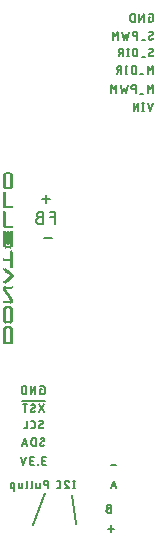
<source format=gbr>
G04 EAGLE Gerber RS-274X export*
G75*
%MOMM*%
%FSLAX34Y34*%
%LPD*%
%INSilkscreen Bottom*%
%IPPOS*%
%AMOC8*
5,1,8,0,0,1.08239X$1,22.5*%
G01*
%ADD10C,0.203200*%
%ADD11C,0.152400*%
%ADD12R,0.030000X1.230000*%
%ADD13R,0.030000X1.020000*%
%ADD14R,0.030000X0.120000*%
%ADD15R,0.030000X0.180000*%
%ADD16R,0.030000X0.150000*%
%ADD17R,0.030000X1.260000*%
%ADD18R,0.030000X1.320000*%
%ADD19R,0.030000X1.140000*%
%ADD20R,0.030000X0.270000*%
%ADD21R,0.030000X1.290000*%
%ADD22R,0.030000X1.350000*%
%ADD23R,0.030000X1.200000*%
%ADD24R,0.030000X0.330000*%
%ADD25R,0.030000X0.210000*%
%ADD26R,0.030000X1.380000*%
%ADD27R,0.030000X0.420000*%
%ADD28R,0.030000X0.240000*%
%ADD29R,0.030000X1.410000*%
%ADD30R,0.030000X0.480000*%
%ADD31R,0.030000X1.440000*%
%ADD32R,0.030000X0.510000*%
%ADD33R,0.030000X0.570000*%
%ADD34R,0.030000X0.630000*%
%ADD35R,0.030000X0.390000*%
%ADD36R,0.030000X0.990000*%
%ADD37R,0.030000X1.050000*%
%ADD38R,0.030000X1.110000*%
%ADD39R,0.030000X0.600000*%
%ADD40R,0.030000X0.450000*%


D10*
X55880Y329904D02*
X48768Y329904D01*
X52324Y326348D02*
X52324Y333460D01*
X59944Y319405D02*
X59944Y308737D01*
X59944Y319405D02*
X55203Y319405D01*
X55203Y314664D02*
X59944Y314664D01*
X49818Y314664D02*
X46855Y314664D01*
X46855Y314663D02*
X46748Y314661D01*
X46641Y314655D01*
X46535Y314646D01*
X46429Y314632D01*
X46323Y314615D01*
X46218Y314594D01*
X46114Y314569D01*
X46011Y314540D01*
X45909Y314508D01*
X45808Y314472D01*
X45709Y314432D01*
X45611Y314389D01*
X45515Y314342D01*
X45420Y314292D01*
X45327Y314239D01*
X45237Y314182D01*
X45148Y314122D01*
X45062Y314059D01*
X44978Y313993D01*
X44896Y313923D01*
X44817Y313851D01*
X44741Y313776D01*
X44667Y313698D01*
X44597Y313618D01*
X44529Y313535D01*
X44464Y313450D01*
X44403Y313363D01*
X44344Y313273D01*
X44289Y313182D01*
X44237Y313088D01*
X44189Y312992D01*
X44144Y312895D01*
X44102Y312797D01*
X44065Y312697D01*
X44030Y312595D01*
X44000Y312493D01*
X43973Y312389D01*
X43950Y312285D01*
X43931Y312179D01*
X43916Y312073D01*
X43904Y311967D01*
X43896Y311860D01*
X43892Y311753D01*
X43892Y311647D01*
X43896Y311540D01*
X43904Y311433D01*
X43916Y311327D01*
X43931Y311221D01*
X43950Y311115D01*
X43973Y311011D01*
X44000Y310907D01*
X44030Y310805D01*
X44065Y310703D01*
X44102Y310603D01*
X44144Y310505D01*
X44189Y310408D01*
X44237Y310312D01*
X44289Y310219D01*
X44344Y310127D01*
X44403Y310037D01*
X44464Y309950D01*
X44529Y309865D01*
X44597Y309782D01*
X44667Y309702D01*
X44741Y309624D01*
X44817Y309549D01*
X44896Y309477D01*
X44978Y309407D01*
X45062Y309341D01*
X45148Y309278D01*
X45237Y309218D01*
X45327Y309161D01*
X45420Y309108D01*
X45515Y309058D01*
X45611Y309011D01*
X45709Y308968D01*
X45808Y308928D01*
X45909Y308892D01*
X46011Y308860D01*
X46114Y308831D01*
X46218Y308806D01*
X46323Y308785D01*
X46429Y308768D01*
X46535Y308754D01*
X46641Y308745D01*
X46748Y308739D01*
X46855Y308737D01*
X49818Y308737D01*
X49818Y319405D01*
X46855Y319405D01*
X46758Y319403D01*
X46662Y319397D01*
X46566Y319387D01*
X46470Y319373D01*
X46375Y319356D01*
X46280Y319334D01*
X46187Y319309D01*
X46095Y319280D01*
X46004Y319247D01*
X45914Y319210D01*
X45826Y319170D01*
X45740Y319126D01*
X45656Y319079D01*
X45573Y319029D01*
X45493Y318975D01*
X45415Y318917D01*
X45339Y318857D01*
X45266Y318794D01*
X45196Y318728D01*
X45128Y318658D01*
X45063Y318587D01*
X45001Y318512D01*
X44943Y318435D01*
X44887Y318356D01*
X44835Y318275D01*
X44786Y318191D01*
X44740Y318106D01*
X44698Y318019D01*
X44660Y317930D01*
X44625Y317840D01*
X44594Y317748D01*
X44567Y317655D01*
X44543Y317562D01*
X44524Y317467D01*
X44508Y317371D01*
X44496Y317275D01*
X44488Y317179D01*
X44484Y317082D01*
X44484Y316986D01*
X44488Y316889D01*
X44496Y316793D01*
X44508Y316697D01*
X44524Y316601D01*
X44543Y316506D01*
X44567Y316413D01*
X44594Y316320D01*
X44625Y316228D01*
X44660Y316138D01*
X44698Y316049D01*
X44740Y315962D01*
X44786Y315877D01*
X44835Y315793D01*
X44887Y315712D01*
X44943Y315633D01*
X45001Y315556D01*
X45063Y315481D01*
X45128Y315410D01*
X45196Y315340D01*
X45266Y315274D01*
X45339Y315211D01*
X45415Y315151D01*
X45493Y315093D01*
X45573Y315039D01*
X45656Y314989D01*
X45740Y314942D01*
X45826Y314898D01*
X45914Y314858D01*
X46004Y314821D01*
X46095Y314788D01*
X46187Y314759D01*
X46280Y314734D01*
X46375Y314712D01*
X46470Y314695D01*
X46566Y314681D01*
X46662Y314671D01*
X46758Y314665D01*
X46855Y314663D01*
X50165Y297392D02*
X57277Y297392D01*
D11*
X75579Y91694D02*
X75579Y85090D01*
X76313Y85090D02*
X74845Y85090D01*
X74845Y91694D02*
X76313Y91694D01*
X69544Y91694D02*
X69465Y91692D01*
X69387Y91687D01*
X69309Y91677D01*
X69232Y91664D01*
X69155Y91647D01*
X69079Y91627D01*
X69004Y91603D01*
X68930Y91576D01*
X68858Y91545D01*
X68787Y91510D01*
X68719Y91473D01*
X68651Y91432D01*
X68586Y91388D01*
X68523Y91341D01*
X68463Y91291D01*
X68405Y91238D01*
X68349Y91182D01*
X68296Y91124D01*
X68246Y91064D01*
X68199Y91001D01*
X68155Y90936D01*
X68114Y90869D01*
X68077Y90800D01*
X68042Y90729D01*
X68011Y90657D01*
X67984Y90583D01*
X67960Y90508D01*
X67940Y90432D01*
X67923Y90355D01*
X67910Y90278D01*
X67900Y90200D01*
X67895Y90122D01*
X67893Y90043D01*
X69544Y91694D02*
X69633Y91692D01*
X69722Y91687D01*
X69810Y91677D01*
X69898Y91664D01*
X69985Y91648D01*
X70072Y91627D01*
X70157Y91603D01*
X70242Y91576D01*
X70325Y91545D01*
X70407Y91510D01*
X70488Y91472D01*
X70567Y91431D01*
X70643Y91387D01*
X70719Y91339D01*
X70792Y91288D01*
X70862Y91235D01*
X70931Y91178D01*
X70997Y91118D01*
X71060Y91056D01*
X71121Y90991D01*
X71179Y90924D01*
X71234Y90854D01*
X71287Y90782D01*
X71336Y90708D01*
X71382Y90632D01*
X71424Y90554D01*
X71464Y90474D01*
X71500Y90393D01*
X71533Y90310D01*
X71562Y90226D01*
X68443Y88759D02*
X68387Y88815D01*
X68333Y88874D01*
X68282Y88935D01*
X68233Y88999D01*
X68188Y89064D01*
X68145Y89132D01*
X68106Y89201D01*
X68069Y89272D01*
X68036Y89345D01*
X68007Y89419D01*
X67980Y89494D01*
X67957Y89570D01*
X67938Y89648D01*
X67922Y89726D01*
X67909Y89804D01*
X67900Y89884D01*
X67895Y89963D01*
X67893Y90043D01*
X68443Y88759D02*
X71561Y85090D01*
X67893Y85090D01*
X62814Y85090D02*
X61347Y85090D01*
X62814Y85090D02*
X62888Y85092D01*
X62963Y85098D01*
X63036Y85107D01*
X63110Y85120D01*
X63182Y85137D01*
X63253Y85157D01*
X63324Y85181D01*
X63393Y85209D01*
X63461Y85240D01*
X63526Y85274D01*
X63591Y85312D01*
X63653Y85353D01*
X63713Y85397D01*
X63770Y85444D01*
X63825Y85494D01*
X63878Y85547D01*
X63928Y85602D01*
X63975Y85659D01*
X64019Y85719D01*
X64060Y85781D01*
X64098Y85846D01*
X64132Y85912D01*
X64163Y85979D01*
X64191Y86048D01*
X64215Y86119D01*
X64235Y86190D01*
X64252Y86263D01*
X64265Y86336D01*
X64274Y86410D01*
X64280Y86484D01*
X64282Y86558D01*
X64282Y90226D01*
X64280Y90300D01*
X64274Y90375D01*
X64265Y90448D01*
X64252Y90521D01*
X64235Y90594D01*
X64215Y90665D01*
X64191Y90736D01*
X64163Y90805D01*
X64132Y90872D01*
X64098Y90938D01*
X64060Y91003D01*
X64019Y91065D01*
X63975Y91125D01*
X63928Y91182D01*
X63878Y91237D01*
X63825Y91290D01*
X63770Y91340D01*
X63713Y91387D01*
X63653Y91431D01*
X63591Y91472D01*
X63526Y91510D01*
X63461Y91544D01*
X63393Y91575D01*
X63324Y91603D01*
X63254Y91627D01*
X63182Y91647D01*
X63110Y91664D01*
X63036Y91677D01*
X62963Y91686D01*
X62888Y91692D01*
X62814Y91694D01*
X61347Y91694D01*
X53824Y91694D02*
X53824Y85090D01*
X53824Y91694D02*
X51989Y91694D01*
X51904Y91692D01*
X51820Y91686D01*
X51736Y91676D01*
X51652Y91663D01*
X51569Y91645D01*
X51487Y91624D01*
X51406Y91599D01*
X51326Y91570D01*
X51248Y91538D01*
X51172Y91502D01*
X51097Y91462D01*
X51024Y91419D01*
X50953Y91373D01*
X50884Y91324D01*
X50817Y91271D01*
X50753Y91215D01*
X50692Y91157D01*
X50634Y91096D01*
X50578Y91032D01*
X50525Y90965D01*
X50476Y90896D01*
X50430Y90825D01*
X50387Y90752D01*
X50347Y90677D01*
X50311Y90601D01*
X50279Y90523D01*
X50250Y90443D01*
X50225Y90362D01*
X50204Y90280D01*
X50186Y90197D01*
X50173Y90113D01*
X50163Y90029D01*
X50157Y89945D01*
X50155Y89860D01*
X50157Y89775D01*
X50163Y89691D01*
X50173Y89607D01*
X50186Y89523D01*
X50204Y89440D01*
X50225Y89358D01*
X50250Y89277D01*
X50279Y89197D01*
X50311Y89119D01*
X50347Y89043D01*
X50387Y88968D01*
X50430Y88895D01*
X50476Y88824D01*
X50525Y88755D01*
X50578Y88688D01*
X50634Y88624D01*
X50692Y88563D01*
X50753Y88505D01*
X50817Y88449D01*
X50884Y88396D01*
X50953Y88347D01*
X51024Y88301D01*
X51097Y88258D01*
X51172Y88218D01*
X51248Y88182D01*
X51326Y88150D01*
X51406Y88121D01*
X51487Y88096D01*
X51569Y88075D01*
X51652Y88057D01*
X51736Y88044D01*
X51820Y88034D01*
X51904Y88028D01*
X51989Y88026D01*
X51989Y88025D02*
X53824Y88025D01*
X46811Y89493D02*
X46811Y86191D01*
X46809Y86127D01*
X46804Y86063D01*
X46794Y86000D01*
X46781Y85937D01*
X46765Y85875D01*
X46745Y85814D01*
X46721Y85755D01*
X46694Y85697D01*
X46663Y85641D01*
X46630Y85586D01*
X46593Y85534D01*
X46553Y85483D01*
X46511Y85435D01*
X46466Y85390D01*
X46418Y85348D01*
X46367Y85308D01*
X46315Y85271D01*
X46261Y85238D01*
X46204Y85207D01*
X46146Y85180D01*
X46087Y85156D01*
X46026Y85136D01*
X45964Y85120D01*
X45901Y85107D01*
X45838Y85097D01*
X45774Y85092D01*
X45710Y85090D01*
X43876Y85090D01*
X43876Y89493D01*
X40231Y91694D02*
X40231Y86191D01*
X40229Y86127D01*
X40224Y86063D01*
X40214Y86000D01*
X40201Y85937D01*
X40185Y85875D01*
X40165Y85814D01*
X40141Y85755D01*
X40114Y85697D01*
X40083Y85641D01*
X40050Y85586D01*
X40013Y85534D01*
X39973Y85483D01*
X39931Y85435D01*
X39886Y85390D01*
X39838Y85348D01*
X39787Y85308D01*
X39735Y85271D01*
X39681Y85238D01*
X39624Y85207D01*
X39566Y85180D01*
X39507Y85156D01*
X39446Y85136D01*
X39384Y85120D01*
X39321Y85107D01*
X39258Y85097D01*
X39194Y85092D01*
X39130Y85090D01*
X36329Y86191D02*
X36329Y91694D01*
X36330Y86191D02*
X36328Y86127D01*
X36323Y86063D01*
X36313Y86000D01*
X36300Y85937D01*
X36284Y85875D01*
X36264Y85814D01*
X36240Y85755D01*
X36213Y85697D01*
X36182Y85641D01*
X36149Y85586D01*
X36112Y85534D01*
X36072Y85483D01*
X36030Y85435D01*
X35985Y85390D01*
X35937Y85348D01*
X35886Y85308D01*
X35834Y85271D01*
X35780Y85238D01*
X35723Y85207D01*
X35665Y85180D01*
X35606Y85156D01*
X35545Y85136D01*
X35483Y85120D01*
X35420Y85107D01*
X35357Y85097D01*
X35293Y85092D01*
X35229Y85090D01*
X32180Y86191D02*
X32180Y89493D01*
X32181Y86191D02*
X32179Y86127D01*
X32174Y86063D01*
X32164Y86000D01*
X32151Y85937D01*
X32135Y85875D01*
X32115Y85814D01*
X32091Y85755D01*
X32064Y85697D01*
X32033Y85641D01*
X32000Y85586D01*
X31963Y85534D01*
X31923Y85483D01*
X31881Y85435D01*
X31836Y85390D01*
X31788Y85348D01*
X31737Y85308D01*
X31685Y85271D01*
X31631Y85238D01*
X31574Y85207D01*
X31516Y85180D01*
X31457Y85156D01*
X31396Y85136D01*
X31334Y85120D01*
X31271Y85107D01*
X31208Y85097D01*
X31144Y85092D01*
X31080Y85090D01*
X29245Y85090D01*
X29245Y89493D01*
X25290Y89493D02*
X25290Y82889D01*
X25290Y89493D02*
X23455Y89493D01*
X23391Y89491D01*
X23327Y89486D01*
X23264Y89476D01*
X23201Y89463D01*
X23139Y89447D01*
X23078Y89427D01*
X23019Y89403D01*
X22961Y89376D01*
X22905Y89345D01*
X22850Y89312D01*
X22798Y89275D01*
X22747Y89235D01*
X22699Y89193D01*
X22654Y89148D01*
X22612Y89100D01*
X22572Y89049D01*
X22535Y88997D01*
X22502Y88943D01*
X22471Y88886D01*
X22444Y88828D01*
X22420Y88769D01*
X22400Y88708D01*
X22384Y88646D01*
X22371Y88583D01*
X22361Y88520D01*
X22356Y88456D01*
X22354Y88392D01*
X22355Y88392D02*
X22355Y86191D01*
X22354Y86191D02*
X22356Y86127D01*
X22361Y86063D01*
X22371Y86000D01*
X22384Y85937D01*
X22400Y85875D01*
X22420Y85814D01*
X22444Y85755D01*
X22471Y85697D01*
X22502Y85641D01*
X22535Y85586D01*
X22572Y85534D01*
X22612Y85483D01*
X22654Y85435D01*
X22699Y85390D01*
X22747Y85348D01*
X22798Y85308D01*
X22850Y85271D01*
X22904Y85238D01*
X22961Y85207D01*
X23019Y85180D01*
X23078Y85156D01*
X23139Y85136D01*
X23201Y85120D01*
X23264Y85107D01*
X23327Y85097D01*
X23391Y85092D01*
X23455Y85090D01*
X25290Y85090D01*
X47316Y168896D02*
X48417Y168896D01*
X47316Y168896D02*
X47316Y165227D01*
X49517Y165227D01*
X49591Y165229D01*
X49666Y165235D01*
X49739Y165244D01*
X49813Y165257D01*
X49885Y165274D01*
X49956Y165294D01*
X50027Y165318D01*
X50096Y165346D01*
X50164Y165377D01*
X50229Y165411D01*
X50294Y165449D01*
X50356Y165490D01*
X50416Y165534D01*
X50473Y165581D01*
X50528Y165631D01*
X50581Y165684D01*
X50631Y165739D01*
X50678Y165796D01*
X50722Y165856D01*
X50763Y165918D01*
X50801Y165983D01*
X50835Y166049D01*
X50866Y166116D01*
X50894Y166185D01*
X50918Y166256D01*
X50938Y166327D01*
X50955Y166400D01*
X50968Y166473D01*
X50977Y166547D01*
X50983Y166621D01*
X50985Y166695D01*
X50985Y170363D01*
X50983Y170437D01*
X50977Y170512D01*
X50968Y170585D01*
X50955Y170658D01*
X50938Y170731D01*
X50918Y170802D01*
X50894Y170873D01*
X50866Y170942D01*
X50835Y171009D01*
X50801Y171075D01*
X50763Y171140D01*
X50722Y171202D01*
X50678Y171262D01*
X50631Y171319D01*
X50581Y171374D01*
X50528Y171427D01*
X50473Y171477D01*
X50416Y171524D01*
X50356Y171568D01*
X50294Y171609D01*
X50229Y171647D01*
X50164Y171681D01*
X50096Y171712D01*
X50027Y171740D01*
X49957Y171764D01*
X49885Y171784D01*
X49813Y171801D01*
X49739Y171814D01*
X49666Y171823D01*
X49591Y171829D01*
X49517Y171831D01*
X47316Y171831D01*
X43182Y171831D02*
X43182Y165227D01*
X39513Y165227D02*
X43182Y171831D01*
X39513Y171831D02*
X39513Y165227D01*
X35379Y165227D02*
X35379Y171831D01*
X33545Y171831D01*
X33460Y171829D01*
X33376Y171823D01*
X33292Y171813D01*
X33208Y171800D01*
X33125Y171782D01*
X33043Y171761D01*
X32962Y171736D01*
X32882Y171707D01*
X32804Y171675D01*
X32728Y171639D01*
X32653Y171599D01*
X32580Y171556D01*
X32509Y171510D01*
X32440Y171461D01*
X32373Y171408D01*
X32309Y171352D01*
X32248Y171294D01*
X32190Y171233D01*
X32134Y171169D01*
X32081Y171102D01*
X32032Y171033D01*
X31986Y170962D01*
X31943Y170889D01*
X31903Y170814D01*
X31867Y170738D01*
X31835Y170660D01*
X31806Y170580D01*
X31781Y170499D01*
X31760Y170417D01*
X31742Y170334D01*
X31729Y170250D01*
X31719Y170166D01*
X31713Y170082D01*
X31711Y169997D01*
X31710Y169997D02*
X31710Y167061D01*
X31711Y167061D02*
X31713Y166976D01*
X31719Y166892D01*
X31729Y166808D01*
X31742Y166724D01*
X31760Y166641D01*
X31781Y166559D01*
X31806Y166478D01*
X31835Y166398D01*
X31867Y166320D01*
X31903Y166244D01*
X31943Y166169D01*
X31986Y166096D01*
X32032Y166025D01*
X32081Y165956D01*
X32134Y165889D01*
X32190Y165825D01*
X32248Y165764D01*
X32309Y165706D01*
X32373Y165650D01*
X32440Y165597D01*
X32509Y165548D01*
X32580Y165502D01*
X32653Y165459D01*
X32728Y165419D01*
X32804Y165383D01*
X32882Y165351D01*
X32962Y165322D01*
X33043Y165297D01*
X33125Y165276D01*
X33208Y165258D01*
X33292Y165245D01*
X33376Y165235D01*
X33460Y165229D01*
X33545Y165227D01*
X35379Y165227D01*
X31740Y159258D02*
X50955Y159258D01*
X45790Y156210D02*
X50193Y149606D01*
X45790Y149606D02*
X50193Y156210D01*
X40554Y149606D02*
X40480Y149608D01*
X40405Y149614D01*
X40332Y149623D01*
X40258Y149636D01*
X40186Y149653D01*
X40115Y149673D01*
X40044Y149697D01*
X39975Y149725D01*
X39908Y149756D01*
X39842Y149790D01*
X39777Y149828D01*
X39715Y149869D01*
X39655Y149913D01*
X39598Y149960D01*
X39543Y150010D01*
X39490Y150063D01*
X39440Y150118D01*
X39393Y150175D01*
X39349Y150235D01*
X39308Y150297D01*
X39270Y150362D01*
X39236Y150428D01*
X39205Y150495D01*
X39177Y150564D01*
X39153Y150635D01*
X39133Y150706D01*
X39116Y150778D01*
X39103Y150852D01*
X39094Y150925D01*
X39088Y151000D01*
X39086Y151074D01*
X40554Y149606D02*
X40665Y149608D01*
X40776Y149614D01*
X40887Y149624D01*
X40998Y149638D01*
X41107Y149656D01*
X41216Y149678D01*
X41325Y149703D01*
X41432Y149733D01*
X41538Y149766D01*
X41643Y149804D01*
X41746Y149844D01*
X41848Y149889D01*
X41948Y149937D01*
X42047Y149989D01*
X42143Y150044D01*
X42238Y150103D01*
X42330Y150165D01*
X42420Y150231D01*
X42508Y150299D01*
X42593Y150371D01*
X42675Y150446D01*
X42755Y150523D01*
X42572Y154742D02*
X42570Y154816D01*
X42564Y154891D01*
X42555Y154964D01*
X42542Y155038D01*
X42525Y155110D01*
X42505Y155181D01*
X42481Y155252D01*
X42453Y155321D01*
X42422Y155388D01*
X42388Y155454D01*
X42350Y155519D01*
X42309Y155581D01*
X42265Y155641D01*
X42218Y155698D01*
X42168Y155753D01*
X42115Y155806D01*
X42060Y155856D01*
X42003Y155903D01*
X41943Y155947D01*
X41881Y155988D01*
X41816Y156026D01*
X41750Y156060D01*
X41683Y156091D01*
X41614Y156119D01*
X41543Y156143D01*
X41472Y156163D01*
X41400Y156180D01*
X41326Y156193D01*
X41253Y156202D01*
X41178Y156208D01*
X41104Y156210D01*
X41000Y156208D01*
X40896Y156202D01*
X40792Y156192D01*
X40689Y156179D01*
X40586Y156161D01*
X40484Y156139D01*
X40383Y156114D01*
X40283Y156085D01*
X40184Y156052D01*
X40087Y156015D01*
X39991Y155975D01*
X39896Y155931D01*
X39804Y155883D01*
X39713Y155833D01*
X39624Y155778D01*
X39537Y155721D01*
X39453Y155660D01*
X41838Y153457D02*
X41901Y153496D01*
X41961Y153538D01*
X42020Y153583D01*
X42076Y153631D01*
X42129Y153682D01*
X42180Y153735D01*
X42229Y153790D01*
X42274Y153848D01*
X42317Y153908D01*
X42357Y153970D01*
X42393Y154034D01*
X42427Y154100D01*
X42457Y154168D01*
X42484Y154236D01*
X42507Y154306D01*
X42527Y154377D01*
X42543Y154449D01*
X42556Y154522D01*
X42565Y154595D01*
X42570Y154668D01*
X42572Y154742D01*
X39819Y152359D02*
X39756Y152320D01*
X39696Y152278D01*
X39638Y152233D01*
X39581Y152185D01*
X39528Y152134D01*
X39477Y152081D01*
X39428Y152026D01*
X39383Y151968D01*
X39340Y151908D01*
X39300Y151846D01*
X39264Y151782D01*
X39230Y151716D01*
X39200Y151648D01*
X39173Y151580D01*
X39150Y151510D01*
X39130Y151439D01*
X39114Y151367D01*
X39101Y151294D01*
X39092Y151221D01*
X39087Y151148D01*
X39085Y151074D01*
X39820Y152358D02*
X41838Y153458D01*
X34337Y156210D02*
X34337Y149606D01*
X36171Y156210D02*
X32502Y156210D01*
X45864Y137231D02*
X45866Y137157D01*
X45872Y137082D01*
X45881Y137009D01*
X45894Y136935D01*
X45911Y136863D01*
X45931Y136792D01*
X45955Y136721D01*
X45983Y136652D01*
X46014Y136585D01*
X46048Y136519D01*
X46086Y136454D01*
X46127Y136392D01*
X46171Y136332D01*
X46218Y136275D01*
X46268Y136220D01*
X46321Y136167D01*
X46376Y136117D01*
X46433Y136070D01*
X46493Y136026D01*
X46555Y135985D01*
X46620Y135947D01*
X46686Y135913D01*
X46753Y135882D01*
X46822Y135854D01*
X46893Y135830D01*
X46964Y135810D01*
X47036Y135793D01*
X47110Y135780D01*
X47183Y135771D01*
X47258Y135765D01*
X47332Y135763D01*
X47443Y135765D01*
X47554Y135771D01*
X47665Y135781D01*
X47776Y135795D01*
X47885Y135813D01*
X47994Y135835D01*
X48103Y135860D01*
X48210Y135890D01*
X48316Y135923D01*
X48421Y135961D01*
X48524Y136001D01*
X48626Y136046D01*
X48726Y136094D01*
X48825Y136146D01*
X48921Y136201D01*
X49016Y136260D01*
X49108Y136322D01*
X49198Y136388D01*
X49286Y136456D01*
X49371Y136528D01*
X49453Y136603D01*
X49533Y136680D01*
X49350Y140899D02*
X49348Y140973D01*
X49342Y141048D01*
X49333Y141121D01*
X49320Y141195D01*
X49303Y141267D01*
X49283Y141338D01*
X49259Y141409D01*
X49231Y141478D01*
X49200Y141545D01*
X49166Y141611D01*
X49128Y141676D01*
X49087Y141738D01*
X49043Y141798D01*
X48996Y141855D01*
X48946Y141910D01*
X48893Y141963D01*
X48838Y142013D01*
X48781Y142060D01*
X48721Y142104D01*
X48659Y142145D01*
X48594Y142183D01*
X48528Y142217D01*
X48461Y142248D01*
X48392Y142276D01*
X48321Y142300D01*
X48250Y142320D01*
X48178Y142337D01*
X48104Y142350D01*
X48031Y142359D01*
X47956Y142365D01*
X47882Y142367D01*
X47778Y142365D01*
X47674Y142359D01*
X47570Y142349D01*
X47467Y142336D01*
X47364Y142318D01*
X47262Y142296D01*
X47161Y142271D01*
X47061Y142242D01*
X46962Y142209D01*
X46865Y142172D01*
X46769Y142132D01*
X46674Y142088D01*
X46582Y142040D01*
X46491Y141990D01*
X46402Y141935D01*
X46315Y141878D01*
X46231Y141817D01*
X48616Y139614D02*
X48679Y139653D01*
X48739Y139695D01*
X48798Y139740D01*
X48854Y139788D01*
X48907Y139839D01*
X48958Y139892D01*
X49007Y139947D01*
X49052Y140005D01*
X49095Y140065D01*
X49135Y140127D01*
X49171Y140191D01*
X49205Y140257D01*
X49235Y140325D01*
X49262Y140393D01*
X49285Y140463D01*
X49305Y140534D01*
X49321Y140606D01*
X49334Y140679D01*
X49343Y140752D01*
X49348Y140825D01*
X49350Y140899D01*
X46598Y138516D02*
X46535Y138477D01*
X46475Y138435D01*
X46417Y138390D01*
X46360Y138342D01*
X46307Y138291D01*
X46256Y138238D01*
X46207Y138183D01*
X46162Y138125D01*
X46119Y138065D01*
X46079Y138003D01*
X46043Y137939D01*
X46009Y137873D01*
X45979Y137805D01*
X45952Y137737D01*
X45929Y137667D01*
X45909Y137596D01*
X45893Y137524D01*
X45880Y137451D01*
X45871Y137378D01*
X45866Y137305D01*
X45864Y137231D01*
X46598Y138515D02*
X48616Y139615D01*
X41030Y135763D02*
X39562Y135763D01*
X41030Y135763D02*
X41104Y135765D01*
X41179Y135771D01*
X41252Y135780D01*
X41326Y135793D01*
X41398Y135810D01*
X41469Y135830D01*
X41540Y135854D01*
X41609Y135882D01*
X41677Y135913D01*
X41742Y135947D01*
X41807Y135985D01*
X41869Y136026D01*
X41929Y136070D01*
X41986Y136117D01*
X42041Y136167D01*
X42094Y136220D01*
X42144Y136275D01*
X42191Y136332D01*
X42235Y136392D01*
X42276Y136454D01*
X42314Y136519D01*
X42348Y136585D01*
X42379Y136652D01*
X42407Y136721D01*
X42431Y136792D01*
X42451Y136863D01*
X42468Y136936D01*
X42481Y137009D01*
X42490Y137083D01*
X42496Y137157D01*
X42498Y137231D01*
X42497Y137231D02*
X42497Y140899D01*
X42495Y140973D01*
X42489Y141048D01*
X42480Y141121D01*
X42467Y141194D01*
X42450Y141267D01*
X42430Y141338D01*
X42406Y141409D01*
X42378Y141478D01*
X42347Y141545D01*
X42313Y141611D01*
X42275Y141676D01*
X42234Y141738D01*
X42190Y141798D01*
X42143Y141855D01*
X42093Y141910D01*
X42040Y141963D01*
X41985Y142013D01*
X41928Y142060D01*
X41868Y142104D01*
X41806Y142145D01*
X41741Y142183D01*
X41676Y142217D01*
X41608Y142248D01*
X41539Y142276D01*
X41469Y142300D01*
X41397Y142320D01*
X41325Y142337D01*
X41251Y142350D01*
X41178Y142359D01*
X41103Y142365D01*
X41029Y142367D01*
X41030Y142367D02*
X39562Y142367D01*
X36098Y142367D02*
X36098Y135763D01*
X33162Y135763D01*
X47133Y122626D02*
X47135Y122552D01*
X47141Y122477D01*
X47150Y122404D01*
X47163Y122330D01*
X47180Y122258D01*
X47200Y122187D01*
X47224Y122116D01*
X47252Y122047D01*
X47283Y121980D01*
X47317Y121914D01*
X47355Y121849D01*
X47396Y121787D01*
X47440Y121727D01*
X47487Y121670D01*
X47537Y121615D01*
X47590Y121562D01*
X47645Y121512D01*
X47702Y121465D01*
X47762Y121421D01*
X47824Y121380D01*
X47889Y121342D01*
X47955Y121308D01*
X48022Y121277D01*
X48091Y121249D01*
X48162Y121225D01*
X48233Y121205D01*
X48305Y121188D01*
X48379Y121175D01*
X48452Y121166D01*
X48527Y121160D01*
X48601Y121158D01*
X48712Y121160D01*
X48823Y121166D01*
X48934Y121176D01*
X49045Y121190D01*
X49154Y121208D01*
X49263Y121230D01*
X49372Y121255D01*
X49479Y121285D01*
X49585Y121318D01*
X49690Y121356D01*
X49793Y121396D01*
X49895Y121441D01*
X49995Y121489D01*
X50094Y121541D01*
X50190Y121596D01*
X50285Y121655D01*
X50377Y121717D01*
X50467Y121783D01*
X50555Y121851D01*
X50640Y121923D01*
X50722Y121998D01*
X50802Y122075D01*
X50620Y126294D02*
X50618Y126368D01*
X50612Y126443D01*
X50603Y126516D01*
X50590Y126590D01*
X50573Y126662D01*
X50553Y126733D01*
X50529Y126804D01*
X50501Y126873D01*
X50470Y126940D01*
X50436Y127006D01*
X50398Y127071D01*
X50357Y127133D01*
X50313Y127193D01*
X50266Y127250D01*
X50216Y127305D01*
X50163Y127358D01*
X50108Y127408D01*
X50051Y127455D01*
X49991Y127499D01*
X49929Y127540D01*
X49864Y127578D01*
X49798Y127612D01*
X49731Y127643D01*
X49662Y127671D01*
X49591Y127695D01*
X49520Y127715D01*
X49448Y127732D01*
X49374Y127745D01*
X49301Y127754D01*
X49226Y127760D01*
X49152Y127762D01*
X49048Y127760D01*
X48944Y127754D01*
X48840Y127744D01*
X48737Y127731D01*
X48634Y127713D01*
X48532Y127691D01*
X48431Y127666D01*
X48331Y127637D01*
X48232Y127604D01*
X48135Y127567D01*
X48039Y127527D01*
X47944Y127483D01*
X47852Y127435D01*
X47761Y127385D01*
X47672Y127330D01*
X47585Y127273D01*
X47501Y127212D01*
X49886Y125009D02*
X49949Y125048D01*
X50009Y125090D01*
X50068Y125135D01*
X50124Y125183D01*
X50177Y125234D01*
X50228Y125287D01*
X50277Y125342D01*
X50322Y125400D01*
X50365Y125460D01*
X50405Y125522D01*
X50441Y125586D01*
X50475Y125652D01*
X50505Y125720D01*
X50532Y125788D01*
X50555Y125858D01*
X50575Y125929D01*
X50591Y126001D01*
X50604Y126074D01*
X50613Y126147D01*
X50618Y126220D01*
X50620Y126294D01*
X47867Y123911D02*
X47804Y123872D01*
X47744Y123830D01*
X47686Y123785D01*
X47629Y123737D01*
X47576Y123686D01*
X47525Y123633D01*
X47476Y123578D01*
X47431Y123520D01*
X47388Y123460D01*
X47348Y123398D01*
X47312Y123334D01*
X47278Y123268D01*
X47248Y123200D01*
X47221Y123132D01*
X47198Y123062D01*
X47178Y122991D01*
X47162Y122919D01*
X47149Y122846D01*
X47140Y122773D01*
X47135Y122700D01*
X47133Y122626D01*
X47868Y123910D02*
X49885Y125010D01*
X43487Y127762D02*
X43487Y121158D01*
X43487Y127762D02*
X41653Y127762D01*
X41568Y127760D01*
X41484Y127754D01*
X41400Y127744D01*
X41316Y127731D01*
X41233Y127713D01*
X41151Y127692D01*
X41070Y127667D01*
X40990Y127638D01*
X40912Y127606D01*
X40836Y127570D01*
X40761Y127530D01*
X40688Y127487D01*
X40617Y127441D01*
X40548Y127392D01*
X40481Y127339D01*
X40417Y127283D01*
X40356Y127225D01*
X40298Y127164D01*
X40242Y127100D01*
X40189Y127033D01*
X40140Y126964D01*
X40094Y126893D01*
X40051Y126820D01*
X40011Y126745D01*
X39975Y126669D01*
X39943Y126591D01*
X39914Y126511D01*
X39889Y126430D01*
X39868Y126348D01*
X39850Y126265D01*
X39837Y126181D01*
X39827Y126097D01*
X39821Y126013D01*
X39819Y125928D01*
X39819Y122992D01*
X39821Y122907D01*
X39827Y122823D01*
X39837Y122739D01*
X39850Y122655D01*
X39868Y122572D01*
X39889Y122490D01*
X39914Y122409D01*
X39943Y122329D01*
X39975Y122251D01*
X40011Y122175D01*
X40051Y122100D01*
X40094Y122027D01*
X40140Y121956D01*
X40189Y121887D01*
X40242Y121820D01*
X40298Y121756D01*
X40356Y121695D01*
X40417Y121637D01*
X40481Y121581D01*
X40548Y121528D01*
X40617Y121479D01*
X40688Y121433D01*
X40761Y121390D01*
X40836Y121350D01*
X40912Y121314D01*
X40990Y121282D01*
X41070Y121253D01*
X41151Y121228D01*
X41233Y121207D01*
X41316Y121189D01*
X41400Y121176D01*
X41484Y121166D01*
X41568Y121160D01*
X41653Y121158D01*
X43487Y121158D01*
X36295Y121158D02*
X34094Y127762D01*
X31893Y121158D01*
X32443Y122809D02*
X35745Y122809D01*
X50309Y104902D02*
X52144Y104902D01*
X50309Y104902D02*
X50224Y104904D01*
X50140Y104910D01*
X50056Y104920D01*
X49972Y104933D01*
X49889Y104951D01*
X49807Y104972D01*
X49726Y104997D01*
X49646Y105026D01*
X49568Y105058D01*
X49492Y105094D01*
X49417Y105134D01*
X49344Y105177D01*
X49273Y105223D01*
X49204Y105272D01*
X49137Y105325D01*
X49073Y105381D01*
X49012Y105439D01*
X48954Y105500D01*
X48898Y105564D01*
X48845Y105631D01*
X48796Y105700D01*
X48750Y105771D01*
X48707Y105844D01*
X48667Y105919D01*
X48631Y105995D01*
X48599Y106073D01*
X48570Y106153D01*
X48545Y106234D01*
X48524Y106316D01*
X48506Y106399D01*
X48493Y106483D01*
X48483Y106567D01*
X48477Y106651D01*
X48475Y106736D01*
X48477Y106821D01*
X48483Y106905D01*
X48493Y106989D01*
X48506Y107073D01*
X48524Y107156D01*
X48545Y107238D01*
X48570Y107319D01*
X48599Y107399D01*
X48631Y107477D01*
X48667Y107553D01*
X48707Y107628D01*
X48750Y107701D01*
X48796Y107772D01*
X48845Y107841D01*
X48898Y107908D01*
X48954Y107972D01*
X49012Y108033D01*
X49073Y108091D01*
X49137Y108147D01*
X49204Y108200D01*
X49273Y108249D01*
X49344Y108295D01*
X49417Y108338D01*
X49492Y108378D01*
X49568Y108414D01*
X49646Y108446D01*
X49726Y108475D01*
X49807Y108500D01*
X49889Y108521D01*
X49972Y108539D01*
X50056Y108552D01*
X50140Y108562D01*
X50224Y108568D01*
X50309Y108570D01*
X49942Y111506D02*
X52144Y111506D01*
X49942Y111506D02*
X49866Y111504D01*
X49791Y111498D01*
X49716Y111489D01*
X49642Y111475D01*
X49568Y111458D01*
X49496Y111436D01*
X49424Y111412D01*
X49354Y111383D01*
X49286Y111351D01*
X49219Y111316D01*
X49154Y111277D01*
X49091Y111234D01*
X49031Y111189D01*
X48973Y111141D01*
X48917Y111089D01*
X48865Y111035D01*
X48815Y110978D01*
X48768Y110919D01*
X48724Y110858D01*
X48683Y110794D01*
X48646Y110728D01*
X48612Y110660D01*
X48582Y110591D01*
X48555Y110520D01*
X48532Y110448D01*
X48513Y110375D01*
X48498Y110301D01*
X48486Y110226D01*
X48478Y110151D01*
X48474Y110076D01*
X48474Y110000D01*
X48478Y109925D01*
X48486Y109850D01*
X48498Y109775D01*
X48513Y109701D01*
X48532Y109628D01*
X48555Y109556D01*
X48582Y109485D01*
X48612Y109416D01*
X48646Y109348D01*
X48683Y109282D01*
X48724Y109218D01*
X48768Y109157D01*
X48815Y109098D01*
X48865Y109041D01*
X48917Y108987D01*
X48973Y108935D01*
X49031Y108887D01*
X49091Y108842D01*
X49154Y108799D01*
X49219Y108760D01*
X49286Y108725D01*
X49354Y108693D01*
X49424Y108664D01*
X49496Y108640D01*
X49568Y108618D01*
X49642Y108601D01*
X49716Y108587D01*
X49791Y108578D01*
X49866Y108572D01*
X49942Y108570D01*
X49942Y108571D02*
X51410Y108571D01*
X45372Y105269D02*
X45372Y104902D01*
X45372Y105269D02*
X45005Y105269D01*
X45005Y104902D01*
X45372Y104902D01*
X41903Y104902D02*
X40068Y104902D01*
X39983Y104904D01*
X39899Y104910D01*
X39815Y104920D01*
X39731Y104933D01*
X39648Y104951D01*
X39566Y104972D01*
X39485Y104997D01*
X39405Y105026D01*
X39327Y105058D01*
X39251Y105094D01*
X39176Y105134D01*
X39103Y105177D01*
X39032Y105223D01*
X38963Y105272D01*
X38896Y105325D01*
X38832Y105381D01*
X38771Y105439D01*
X38713Y105500D01*
X38657Y105564D01*
X38604Y105631D01*
X38555Y105700D01*
X38509Y105771D01*
X38466Y105844D01*
X38426Y105919D01*
X38390Y105995D01*
X38358Y106073D01*
X38329Y106153D01*
X38304Y106234D01*
X38283Y106316D01*
X38265Y106399D01*
X38252Y106483D01*
X38242Y106567D01*
X38236Y106651D01*
X38234Y106736D01*
X38236Y106821D01*
X38242Y106905D01*
X38252Y106989D01*
X38265Y107073D01*
X38283Y107156D01*
X38304Y107238D01*
X38329Y107319D01*
X38358Y107399D01*
X38390Y107477D01*
X38426Y107553D01*
X38466Y107628D01*
X38509Y107701D01*
X38555Y107772D01*
X38604Y107841D01*
X38657Y107908D01*
X38713Y107972D01*
X38771Y108033D01*
X38832Y108091D01*
X38896Y108147D01*
X38963Y108200D01*
X39032Y108249D01*
X39103Y108295D01*
X39176Y108338D01*
X39251Y108378D01*
X39327Y108414D01*
X39405Y108446D01*
X39485Y108475D01*
X39566Y108500D01*
X39648Y108521D01*
X39731Y108539D01*
X39815Y108552D01*
X39899Y108562D01*
X39983Y108568D01*
X40068Y108570D01*
X39701Y111506D02*
X41903Y111506D01*
X39701Y111506D02*
X39625Y111504D01*
X39550Y111498D01*
X39475Y111489D01*
X39401Y111475D01*
X39327Y111458D01*
X39255Y111436D01*
X39183Y111412D01*
X39113Y111383D01*
X39045Y111351D01*
X38978Y111316D01*
X38913Y111277D01*
X38850Y111234D01*
X38790Y111189D01*
X38732Y111141D01*
X38676Y111089D01*
X38624Y111035D01*
X38574Y110978D01*
X38527Y110919D01*
X38483Y110858D01*
X38442Y110794D01*
X38405Y110728D01*
X38371Y110660D01*
X38341Y110591D01*
X38314Y110520D01*
X38291Y110448D01*
X38272Y110375D01*
X38257Y110301D01*
X38245Y110226D01*
X38237Y110151D01*
X38233Y110076D01*
X38233Y110000D01*
X38237Y109925D01*
X38245Y109850D01*
X38257Y109775D01*
X38272Y109701D01*
X38291Y109628D01*
X38314Y109556D01*
X38341Y109485D01*
X38371Y109416D01*
X38405Y109348D01*
X38442Y109282D01*
X38483Y109218D01*
X38527Y109157D01*
X38574Y109098D01*
X38624Y109041D01*
X38676Y108987D01*
X38732Y108935D01*
X38790Y108887D01*
X38850Y108842D01*
X38913Y108799D01*
X38978Y108760D01*
X39045Y108725D01*
X39113Y108693D01*
X39183Y108664D01*
X39255Y108640D01*
X39327Y108618D01*
X39401Y108601D01*
X39475Y108587D01*
X39550Y108578D01*
X39625Y108572D01*
X39701Y108570D01*
X39701Y108571D02*
X41169Y108571D01*
X34954Y111506D02*
X32753Y104902D01*
X30552Y111506D01*
X73914Y79502D02*
X77597Y55118D01*
X41402Y54356D02*
X51435Y81153D01*
X139025Y483983D02*
X140125Y483983D01*
X139025Y483983D02*
X139025Y480314D01*
X141226Y480314D01*
X141300Y480316D01*
X141375Y480322D01*
X141448Y480331D01*
X141522Y480344D01*
X141594Y480361D01*
X141665Y480381D01*
X141736Y480405D01*
X141805Y480433D01*
X141873Y480464D01*
X141938Y480498D01*
X142003Y480536D01*
X142065Y480577D01*
X142125Y480621D01*
X142182Y480668D01*
X142237Y480718D01*
X142290Y480771D01*
X142340Y480826D01*
X142387Y480883D01*
X142431Y480943D01*
X142472Y481005D01*
X142510Y481070D01*
X142544Y481136D01*
X142575Y481203D01*
X142603Y481272D01*
X142627Y481343D01*
X142647Y481414D01*
X142664Y481487D01*
X142677Y481560D01*
X142686Y481634D01*
X142692Y481708D01*
X142694Y481782D01*
X142694Y485450D01*
X142692Y485524D01*
X142686Y485599D01*
X142677Y485672D01*
X142664Y485745D01*
X142647Y485818D01*
X142627Y485889D01*
X142603Y485960D01*
X142575Y486029D01*
X142544Y486096D01*
X142510Y486162D01*
X142472Y486227D01*
X142431Y486289D01*
X142387Y486349D01*
X142340Y486406D01*
X142290Y486461D01*
X142237Y486514D01*
X142182Y486564D01*
X142125Y486611D01*
X142065Y486655D01*
X142003Y486696D01*
X141938Y486734D01*
X141873Y486768D01*
X141805Y486799D01*
X141736Y486827D01*
X141666Y486851D01*
X141594Y486871D01*
X141522Y486888D01*
X141448Y486901D01*
X141375Y486910D01*
X141300Y486916D01*
X141226Y486918D01*
X139025Y486918D01*
X134891Y486918D02*
X134891Y480314D01*
X131222Y480314D02*
X134891Y486918D01*
X131222Y486918D02*
X131222Y480314D01*
X127088Y480314D02*
X127088Y486918D01*
X125253Y486918D01*
X125168Y486916D01*
X125084Y486910D01*
X125000Y486900D01*
X124916Y486887D01*
X124833Y486869D01*
X124751Y486848D01*
X124670Y486823D01*
X124590Y486794D01*
X124512Y486762D01*
X124436Y486726D01*
X124361Y486686D01*
X124288Y486643D01*
X124217Y486597D01*
X124148Y486548D01*
X124081Y486495D01*
X124017Y486439D01*
X123956Y486381D01*
X123898Y486320D01*
X123842Y486256D01*
X123789Y486189D01*
X123740Y486120D01*
X123694Y486049D01*
X123651Y485976D01*
X123611Y485901D01*
X123575Y485825D01*
X123543Y485747D01*
X123514Y485667D01*
X123489Y485586D01*
X123468Y485504D01*
X123450Y485421D01*
X123437Y485337D01*
X123427Y485253D01*
X123421Y485169D01*
X123419Y485084D01*
X123419Y482148D01*
X123421Y482063D01*
X123427Y481979D01*
X123437Y481895D01*
X123450Y481811D01*
X123468Y481728D01*
X123489Y481646D01*
X123514Y481565D01*
X123543Y481485D01*
X123575Y481407D01*
X123611Y481331D01*
X123651Y481256D01*
X123694Y481183D01*
X123740Y481112D01*
X123789Y481043D01*
X123842Y480976D01*
X123898Y480912D01*
X123956Y480851D01*
X124017Y480793D01*
X124081Y480737D01*
X124148Y480684D01*
X124217Y480635D01*
X124288Y480589D01*
X124361Y480546D01*
X124436Y480506D01*
X124512Y480470D01*
X124590Y480438D01*
X124670Y480409D01*
X124751Y480384D01*
X124833Y480363D01*
X124916Y480345D01*
X125000Y480332D01*
X125084Y480322D01*
X125168Y480316D01*
X125253Y480314D01*
X127088Y480314D01*
X139024Y466542D02*
X139026Y466468D01*
X139032Y466393D01*
X139041Y466320D01*
X139054Y466246D01*
X139071Y466174D01*
X139091Y466103D01*
X139115Y466032D01*
X139143Y465963D01*
X139174Y465896D01*
X139208Y465830D01*
X139246Y465765D01*
X139287Y465703D01*
X139331Y465643D01*
X139378Y465586D01*
X139428Y465531D01*
X139481Y465478D01*
X139536Y465428D01*
X139593Y465381D01*
X139653Y465337D01*
X139715Y465296D01*
X139780Y465258D01*
X139846Y465224D01*
X139913Y465193D01*
X139982Y465165D01*
X140053Y465141D01*
X140124Y465121D01*
X140196Y465104D01*
X140270Y465091D01*
X140343Y465082D01*
X140418Y465076D01*
X140492Y465074D01*
X140603Y465076D01*
X140714Y465082D01*
X140825Y465092D01*
X140936Y465106D01*
X141045Y465124D01*
X141154Y465146D01*
X141263Y465171D01*
X141370Y465201D01*
X141476Y465234D01*
X141581Y465272D01*
X141684Y465312D01*
X141786Y465357D01*
X141886Y465405D01*
X141985Y465457D01*
X142081Y465512D01*
X142176Y465571D01*
X142268Y465633D01*
X142358Y465699D01*
X142446Y465767D01*
X142531Y465839D01*
X142613Y465914D01*
X142693Y465991D01*
X142511Y470210D02*
X142509Y470284D01*
X142503Y470359D01*
X142494Y470432D01*
X142481Y470506D01*
X142464Y470578D01*
X142444Y470649D01*
X142420Y470720D01*
X142392Y470789D01*
X142361Y470856D01*
X142327Y470922D01*
X142289Y470987D01*
X142248Y471049D01*
X142204Y471109D01*
X142157Y471166D01*
X142107Y471221D01*
X142054Y471274D01*
X141999Y471324D01*
X141942Y471371D01*
X141882Y471415D01*
X141820Y471456D01*
X141755Y471494D01*
X141689Y471528D01*
X141622Y471559D01*
X141553Y471587D01*
X141482Y471611D01*
X141411Y471631D01*
X141339Y471648D01*
X141265Y471661D01*
X141192Y471670D01*
X141117Y471676D01*
X141043Y471678D01*
X140939Y471676D01*
X140835Y471670D01*
X140731Y471660D01*
X140628Y471647D01*
X140525Y471629D01*
X140423Y471607D01*
X140322Y471582D01*
X140222Y471553D01*
X140123Y471520D01*
X140026Y471483D01*
X139930Y471443D01*
X139835Y471399D01*
X139743Y471351D01*
X139652Y471301D01*
X139563Y471246D01*
X139476Y471189D01*
X139392Y471128D01*
X141777Y468925D02*
X141840Y468964D01*
X141900Y469006D01*
X141959Y469051D01*
X142015Y469099D01*
X142068Y469150D01*
X142119Y469203D01*
X142168Y469258D01*
X142213Y469316D01*
X142256Y469376D01*
X142296Y469438D01*
X142332Y469502D01*
X142366Y469568D01*
X142396Y469636D01*
X142423Y469704D01*
X142446Y469774D01*
X142466Y469845D01*
X142482Y469917D01*
X142495Y469990D01*
X142504Y470063D01*
X142509Y470136D01*
X142511Y470210D01*
X139758Y467827D02*
X139695Y467788D01*
X139635Y467746D01*
X139577Y467701D01*
X139520Y467653D01*
X139467Y467602D01*
X139416Y467549D01*
X139367Y467494D01*
X139322Y467436D01*
X139279Y467376D01*
X139239Y467314D01*
X139203Y467250D01*
X139169Y467184D01*
X139139Y467116D01*
X139112Y467048D01*
X139089Y466978D01*
X139069Y466907D01*
X139053Y466835D01*
X139040Y466762D01*
X139031Y466689D01*
X139026Y466616D01*
X139024Y466542D01*
X139759Y467826D02*
X141776Y468926D01*
X135987Y464340D02*
X133052Y464340D01*
X129345Y465074D02*
X129345Y471678D01*
X127511Y471678D01*
X127426Y471676D01*
X127342Y471670D01*
X127258Y471660D01*
X127174Y471647D01*
X127091Y471629D01*
X127009Y471608D01*
X126928Y471583D01*
X126848Y471554D01*
X126770Y471522D01*
X126694Y471486D01*
X126619Y471446D01*
X126546Y471403D01*
X126475Y471357D01*
X126406Y471308D01*
X126339Y471255D01*
X126275Y471199D01*
X126214Y471141D01*
X126156Y471080D01*
X126100Y471016D01*
X126047Y470949D01*
X125998Y470880D01*
X125952Y470809D01*
X125909Y470736D01*
X125869Y470661D01*
X125833Y470585D01*
X125801Y470507D01*
X125772Y470427D01*
X125747Y470346D01*
X125726Y470264D01*
X125708Y470181D01*
X125695Y470097D01*
X125685Y470013D01*
X125679Y469929D01*
X125677Y469844D01*
X125679Y469759D01*
X125685Y469675D01*
X125695Y469591D01*
X125708Y469507D01*
X125726Y469424D01*
X125747Y469342D01*
X125772Y469261D01*
X125801Y469181D01*
X125833Y469103D01*
X125869Y469027D01*
X125909Y468952D01*
X125952Y468879D01*
X125998Y468808D01*
X126047Y468739D01*
X126100Y468672D01*
X126156Y468608D01*
X126214Y468547D01*
X126275Y468489D01*
X126339Y468433D01*
X126406Y468380D01*
X126475Y468331D01*
X126546Y468285D01*
X126619Y468242D01*
X126694Y468202D01*
X126770Y468166D01*
X126848Y468134D01*
X126928Y468105D01*
X127009Y468080D01*
X127091Y468059D01*
X127174Y468041D01*
X127258Y468028D01*
X127342Y468018D01*
X127426Y468012D01*
X127511Y468010D01*
X127511Y468009D02*
X129345Y468009D01*
X122580Y471678D02*
X121113Y465074D01*
X119645Y469477D01*
X118178Y465074D01*
X116710Y471678D01*
X112824Y471678D02*
X112824Y465074D01*
X110623Y468009D02*
X112824Y471678D01*
X110623Y468009D02*
X108422Y471678D01*
X108422Y465074D01*
X139024Y452318D02*
X139026Y452244D01*
X139032Y452169D01*
X139041Y452096D01*
X139054Y452022D01*
X139071Y451950D01*
X139091Y451879D01*
X139115Y451808D01*
X139143Y451739D01*
X139174Y451672D01*
X139208Y451606D01*
X139246Y451541D01*
X139287Y451479D01*
X139331Y451419D01*
X139378Y451362D01*
X139428Y451307D01*
X139481Y451254D01*
X139536Y451204D01*
X139593Y451157D01*
X139653Y451113D01*
X139715Y451072D01*
X139780Y451034D01*
X139846Y451000D01*
X139913Y450969D01*
X139982Y450941D01*
X140053Y450917D01*
X140124Y450897D01*
X140196Y450880D01*
X140270Y450867D01*
X140343Y450858D01*
X140418Y450852D01*
X140492Y450850D01*
X140603Y450852D01*
X140714Y450858D01*
X140825Y450868D01*
X140936Y450882D01*
X141045Y450900D01*
X141154Y450922D01*
X141263Y450947D01*
X141370Y450977D01*
X141476Y451010D01*
X141581Y451048D01*
X141684Y451088D01*
X141786Y451133D01*
X141886Y451181D01*
X141985Y451233D01*
X142081Y451288D01*
X142176Y451347D01*
X142268Y451409D01*
X142358Y451475D01*
X142446Y451543D01*
X142531Y451615D01*
X142613Y451690D01*
X142693Y451767D01*
X142511Y455986D02*
X142509Y456060D01*
X142503Y456135D01*
X142494Y456208D01*
X142481Y456282D01*
X142464Y456354D01*
X142444Y456425D01*
X142420Y456496D01*
X142392Y456565D01*
X142361Y456632D01*
X142327Y456698D01*
X142289Y456763D01*
X142248Y456825D01*
X142204Y456885D01*
X142157Y456942D01*
X142107Y456997D01*
X142054Y457050D01*
X141999Y457100D01*
X141942Y457147D01*
X141882Y457191D01*
X141820Y457232D01*
X141755Y457270D01*
X141689Y457304D01*
X141622Y457335D01*
X141553Y457363D01*
X141482Y457387D01*
X141411Y457407D01*
X141339Y457424D01*
X141265Y457437D01*
X141192Y457446D01*
X141117Y457452D01*
X141043Y457454D01*
X140939Y457452D01*
X140835Y457446D01*
X140731Y457436D01*
X140628Y457423D01*
X140525Y457405D01*
X140423Y457383D01*
X140322Y457358D01*
X140222Y457329D01*
X140123Y457296D01*
X140026Y457259D01*
X139930Y457219D01*
X139835Y457175D01*
X139743Y457127D01*
X139652Y457077D01*
X139563Y457022D01*
X139476Y456965D01*
X139392Y456904D01*
X141777Y454701D02*
X141840Y454740D01*
X141900Y454782D01*
X141959Y454827D01*
X142015Y454875D01*
X142068Y454926D01*
X142119Y454979D01*
X142168Y455034D01*
X142213Y455092D01*
X142256Y455152D01*
X142296Y455214D01*
X142332Y455278D01*
X142366Y455344D01*
X142396Y455412D01*
X142423Y455480D01*
X142446Y455550D01*
X142466Y455621D01*
X142482Y455693D01*
X142495Y455766D01*
X142504Y455839D01*
X142509Y455912D01*
X142511Y455986D01*
X139758Y453603D02*
X139695Y453564D01*
X139635Y453522D01*
X139577Y453477D01*
X139520Y453429D01*
X139467Y453378D01*
X139416Y453325D01*
X139367Y453270D01*
X139322Y453212D01*
X139279Y453152D01*
X139239Y453090D01*
X139203Y453026D01*
X139169Y452960D01*
X139139Y452892D01*
X139112Y452824D01*
X139089Y452754D01*
X139069Y452683D01*
X139053Y452611D01*
X139040Y452538D01*
X139031Y452465D01*
X139026Y452392D01*
X139024Y452318D01*
X139759Y453602D02*
X141776Y454702D01*
X135987Y450116D02*
X133052Y450116D01*
X129526Y450850D02*
X129526Y457454D01*
X127692Y457454D01*
X127607Y457452D01*
X127523Y457446D01*
X127439Y457436D01*
X127355Y457423D01*
X127272Y457405D01*
X127190Y457384D01*
X127109Y457359D01*
X127029Y457330D01*
X126951Y457298D01*
X126875Y457262D01*
X126800Y457222D01*
X126727Y457179D01*
X126656Y457133D01*
X126587Y457084D01*
X126520Y457031D01*
X126456Y456975D01*
X126395Y456917D01*
X126337Y456856D01*
X126281Y456792D01*
X126228Y456725D01*
X126179Y456656D01*
X126133Y456585D01*
X126090Y456512D01*
X126050Y456437D01*
X126014Y456361D01*
X125982Y456283D01*
X125953Y456203D01*
X125928Y456122D01*
X125907Y456040D01*
X125889Y455957D01*
X125876Y455873D01*
X125866Y455789D01*
X125860Y455705D01*
X125858Y455620D01*
X125857Y455620D02*
X125857Y452684D01*
X125858Y452684D02*
X125860Y452599D01*
X125866Y452515D01*
X125876Y452431D01*
X125889Y452347D01*
X125907Y452264D01*
X125928Y452182D01*
X125953Y452101D01*
X125982Y452021D01*
X126014Y451943D01*
X126050Y451867D01*
X126090Y451792D01*
X126133Y451719D01*
X126179Y451648D01*
X126228Y451579D01*
X126281Y451512D01*
X126337Y451448D01*
X126395Y451387D01*
X126456Y451329D01*
X126520Y451273D01*
X126587Y451220D01*
X126656Y451171D01*
X126727Y451125D01*
X126800Y451082D01*
X126875Y451042D01*
X126951Y451006D01*
X127029Y450974D01*
X127109Y450945D01*
X127190Y450920D01*
X127272Y450899D01*
X127355Y450881D01*
X127439Y450868D01*
X127523Y450858D01*
X127607Y450852D01*
X127692Y450850D01*
X129526Y450850D01*
X121596Y450850D02*
X121596Y457454D01*
X122330Y450850D02*
X120862Y450850D01*
X120862Y457454D02*
X122330Y457454D01*
X117256Y457454D02*
X117256Y450850D01*
X117256Y457454D02*
X115421Y457454D01*
X115336Y457452D01*
X115252Y457446D01*
X115168Y457436D01*
X115084Y457423D01*
X115001Y457405D01*
X114919Y457384D01*
X114838Y457359D01*
X114758Y457330D01*
X114680Y457298D01*
X114604Y457262D01*
X114529Y457222D01*
X114456Y457179D01*
X114385Y457133D01*
X114316Y457084D01*
X114249Y457031D01*
X114185Y456975D01*
X114124Y456917D01*
X114066Y456856D01*
X114010Y456792D01*
X113957Y456725D01*
X113908Y456656D01*
X113862Y456585D01*
X113819Y456512D01*
X113779Y456437D01*
X113743Y456361D01*
X113711Y456283D01*
X113682Y456203D01*
X113657Y456122D01*
X113636Y456040D01*
X113618Y455957D01*
X113605Y455873D01*
X113595Y455789D01*
X113589Y455705D01*
X113587Y455620D01*
X113589Y455535D01*
X113595Y455451D01*
X113605Y455367D01*
X113618Y455283D01*
X113636Y455200D01*
X113657Y455118D01*
X113682Y455037D01*
X113711Y454957D01*
X113743Y454879D01*
X113779Y454803D01*
X113819Y454728D01*
X113862Y454655D01*
X113908Y454584D01*
X113957Y454515D01*
X114010Y454448D01*
X114066Y454384D01*
X114124Y454323D01*
X114185Y454265D01*
X114249Y454209D01*
X114316Y454156D01*
X114385Y454107D01*
X114456Y454061D01*
X114529Y454018D01*
X114604Y453978D01*
X114680Y453942D01*
X114758Y453910D01*
X114838Y453881D01*
X114919Y453856D01*
X115001Y453835D01*
X115084Y453817D01*
X115168Y453804D01*
X115252Y453794D01*
X115336Y453788D01*
X115421Y453786D01*
X115421Y453785D02*
X117256Y453785D01*
X115054Y453785D02*
X113587Y450850D01*
X142694Y442849D02*
X142694Y436245D01*
X140492Y439180D02*
X142694Y442849D01*
X140492Y439180D02*
X138291Y442849D01*
X138291Y436245D01*
X134645Y435511D02*
X131710Y435511D01*
X128184Y436245D02*
X128184Y442849D01*
X126350Y442849D01*
X126265Y442847D01*
X126181Y442841D01*
X126097Y442831D01*
X126013Y442818D01*
X125930Y442800D01*
X125848Y442779D01*
X125767Y442754D01*
X125687Y442725D01*
X125609Y442693D01*
X125533Y442657D01*
X125458Y442617D01*
X125385Y442574D01*
X125314Y442528D01*
X125245Y442479D01*
X125178Y442426D01*
X125114Y442370D01*
X125053Y442312D01*
X124995Y442251D01*
X124939Y442187D01*
X124886Y442120D01*
X124837Y442051D01*
X124791Y441980D01*
X124748Y441907D01*
X124708Y441832D01*
X124672Y441756D01*
X124640Y441678D01*
X124611Y441598D01*
X124586Y441517D01*
X124565Y441435D01*
X124547Y441352D01*
X124534Y441268D01*
X124524Y441184D01*
X124518Y441100D01*
X124516Y441015D01*
X124515Y441015D02*
X124515Y438079D01*
X124516Y438079D02*
X124518Y437994D01*
X124524Y437910D01*
X124534Y437826D01*
X124547Y437742D01*
X124565Y437659D01*
X124586Y437577D01*
X124611Y437496D01*
X124640Y437416D01*
X124672Y437338D01*
X124708Y437262D01*
X124748Y437187D01*
X124791Y437114D01*
X124837Y437043D01*
X124886Y436974D01*
X124939Y436907D01*
X124995Y436843D01*
X125053Y436782D01*
X125114Y436724D01*
X125178Y436668D01*
X125245Y436615D01*
X125314Y436566D01*
X125385Y436520D01*
X125458Y436477D01*
X125533Y436437D01*
X125609Y436401D01*
X125687Y436369D01*
X125767Y436340D01*
X125848Y436315D01*
X125930Y436294D01*
X126013Y436276D01*
X126097Y436263D01*
X126181Y436253D01*
X126265Y436247D01*
X126350Y436245D01*
X128184Y436245D01*
X120254Y436245D02*
X120254Y442849D01*
X120987Y436245D02*
X119520Y436245D01*
X119520Y442849D02*
X120987Y442849D01*
X115913Y442849D02*
X115913Y436245D01*
X115913Y442849D02*
X114079Y442849D01*
X113994Y442847D01*
X113910Y442841D01*
X113826Y442831D01*
X113742Y442818D01*
X113659Y442800D01*
X113577Y442779D01*
X113496Y442754D01*
X113416Y442725D01*
X113338Y442693D01*
X113262Y442657D01*
X113187Y442617D01*
X113114Y442574D01*
X113043Y442528D01*
X112974Y442479D01*
X112907Y442426D01*
X112843Y442370D01*
X112782Y442312D01*
X112724Y442251D01*
X112668Y442187D01*
X112615Y442120D01*
X112566Y442051D01*
X112520Y441980D01*
X112477Y441907D01*
X112437Y441832D01*
X112401Y441756D01*
X112369Y441678D01*
X112340Y441598D01*
X112315Y441517D01*
X112294Y441435D01*
X112276Y441352D01*
X112263Y441268D01*
X112253Y441184D01*
X112247Y441100D01*
X112245Y441015D01*
X112247Y440930D01*
X112253Y440846D01*
X112263Y440762D01*
X112276Y440678D01*
X112294Y440595D01*
X112315Y440513D01*
X112340Y440432D01*
X112369Y440352D01*
X112401Y440274D01*
X112437Y440198D01*
X112477Y440123D01*
X112520Y440050D01*
X112566Y439979D01*
X112615Y439910D01*
X112668Y439843D01*
X112724Y439779D01*
X112782Y439718D01*
X112843Y439660D01*
X112907Y439604D01*
X112974Y439551D01*
X113043Y439502D01*
X113114Y439456D01*
X113187Y439413D01*
X113262Y439373D01*
X113338Y439337D01*
X113416Y439305D01*
X113496Y439276D01*
X113577Y439251D01*
X113659Y439230D01*
X113742Y439212D01*
X113826Y439199D01*
X113910Y439189D01*
X113994Y439183D01*
X114079Y439181D01*
X114079Y439180D02*
X115913Y439180D01*
X113712Y439180D02*
X112244Y436245D01*
X142694Y426593D02*
X142694Y419989D01*
X140492Y422924D02*
X142694Y426593D01*
X140492Y422924D02*
X138291Y426593D01*
X138291Y419989D01*
X134645Y419255D02*
X131710Y419255D01*
X128003Y419989D02*
X128003Y426593D01*
X126168Y426593D01*
X126083Y426591D01*
X125999Y426585D01*
X125915Y426575D01*
X125831Y426562D01*
X125748Y426544D01*
X125666Y426523D01*
X125585Y426498D01*
X125505Y426469D01*
X125427Y426437D01*
X125351Y426401D01*
X125276Y426361D01*
X125203Y426318D01*
X125132Y426272D01*
X125063Y426223D01*
X124996Y426170D01*
X124932Y426114D01*
X124871Y426056D01*
X124813Y425995D01*
X124757Y425931D01*
X124704Y425864D01*
X124655Y425795D01*
X124609Y425724D01*
X124566Y425651D01*
X124526Y425576D01*
X124490Y425500D01*
X124458Y425422D01*
X124429Y425342D01*
X124404Y425261D01*
X124383Y425179D01*
X124365Y425096D01*
X124352Y425012D01*
X124342Y424928D01*
X124336Y424844D01*
X124334Y424759D01*
X124336Y424674D01*
X124342Y424590D01*
X124352Y424506D01*
X124365Y424422D01*
X124383Y424339D01*
X124404Y424257D01*
X124429Y424176D01*
X124458Y424096D01*
X124490Y424018D01*
X124526Y423942D01*
X124566Y423867D01*
X124609Y423794D01*
X124655Y423723D01*
X124704Y423654D01*
X124757Y423587D01*
X124813Y423523D01*
X124871Y423462D01*
X124932Y423404D01*
X124996Y423348D01*
X125063Y423295D01*
X125132Y423246D01*
X125203Y423200D01*
X125276Y423157D01*
X125351Y423117D01*
X125427Y423081D01*
X125505Y423049D01*
X125585Y423020D01*
X125666Y422995D01*
X125748Y422974D01*
X125831Y422956D01*
X125915Y422943D01*
X125999Y422933D01*
X126083Y422927D01*
X126168Y422925D01*
X126168Y422924D02*
X128003Y422924D01*
X121238Y426593D02*
X119771Y419989D01*
X118303Y424392D01*
X116835Y419989D01*
X115368Y426593D01*
X111482Y426593D02*
X111482Y419989D01*
X109281Y422924D02*
X111482Y426593D01*
X109281Y422924D02*
X107080Y426593D01*
X107080Y419989D01*
X142567Y411353D02*
X140365Y404749D01*
X138164Y411353D01*
X134513Y411353D02*
X134513Y404749D01*
X135247Y404749D02*
X133779Y404749D01*
X133779Y411353D02*
X135247Y411353D01*
X130252Y411353D02*
X130252Y404749D01*
X126583Y404749D02*
X130252Y411353D01*
X126583Y411353D02*
X126583Y404749D01*
D12*
X16500Y213900D03*
D13*
X16500Y232050D03*
D14*
X16500Y242850D03*
D15*
X16500Y254250D03*
D14*
X16500Y259350D03*
X16500Y270450D03*
D16*
X16500Y278700D03*
D12*
X16500Y296400D03*
D17*
X16500Y313050D03*
D12*
X16500Y329700D03*
D13*
X16500Y345450D03*
D18*
X16800Y214050D03*
D19*
X16800Y232050D03*
D15*
X16800Y242850D03*
D20*
X16800Y254100D03*
D15*
X16800Y259350D03*
X16800Y270450D03*
X16800Y278850D03*
D21*
X16800Y296400D03*
D22*
X16800Y312900D03*
D18*
X16800Y329550D03*
D19*
X16800Y345450D03*
D22*
X17100Y214200D03*
D23*
X17100Y232050D03*
D15*
X17100Y242850D03*
D24*
X17100Y254100D03*
D25*
X17100Y259500D03*
X17100Y270300D03*
X17100Y278700D03*
D22*
X17100Y296100D03*
D26*
X17100Y312750D03*
D22*
X17100Y329400D03*
D12*
X17100Y345600D03*
D26*
X17400Y214350D03*
D17*
X17400Y232050D03*
D15*
X17400Y242850D03*
D27*
X17400Y253950D03*
D25*
X17400Y259500D03*
D28*
X17400Y270150D03*
D25*
X17400Y278700D03*
D26*
X17400Y295950D03*
D29*
X17400Y312600D03*
D26*
X17400Y329250D03*
D21*
X17400Y345600D03*
D29*
X17700Y214500D03*
D18*
X17700Y232050D03*
D15*
X17700Y242850D03*
D30*
X17700Y253650D03*
D28*
X17700Y259650D03*
X17700Y270150D03*
D25*
X17700Y278700D03*
D26*
X17700Y295950D03*
D29*
X17700Y312600D03*
X17700Y329100D03*
D22*
X17700Y345600D03*
D31*
X18000Y214650D03*
D26*
X18000Y232050D03*
D15*
X18000Y242850D03*
D32*
X18000Y253500D03*
D20*
X18000Y259800D03*
X18000Y270000D03*
D25*
X18000Y278700D03*
D29*
X18000Y295800D03*
X18000Y312300D03*
X18000Y329100D03*
D22*
X18000Y345600D03*
D31*
X18300Y214650D03*
D26*
X18300Y232050D03*
D15*
X18300Y242850D03*
D33*
X18300Y253200D03*
D20*
X18300Y260100D03*
X18300Y269700D03*
D25*
X18300Y278700D03*
D22*
X18300Y295500D03*
D26*
X18300Y312150D03*
D22*
X18300Y328800D03*
D29*
X18300Y345600D03*
D25*
X18600Y208500D03*
D20*
X18600Y220800D03*
X18600Y226200D03*
X18600Y237900D03*
D15*
X18600Y242850D03*
D34*
X18600Y252900D03*
D28*
X18600Y260250D03*
D20*
X18600Y269400D03*
D25*
X18600Y278700D03*
D20*
X18600Y289800D03*
D25*
X18600Y306300D03*
X18600Y323100D03*
D28*
X18600Y339750D03*
X18600Y351450D03*
D25*
X18900Y208500D03*
D28*
X18900Y220950D03*
D25*
X18900Y225900D03*
D28*
X18900Y238050D03*
D15*
X18900Y242850D03*
D35*
X18900Y251400D03*
D25*
X18900Y255000D03*
D20*
X18900Y260400D03*
X18900Y269400D03*
D25*
X18900Y278700D03*
D28*
X18900Y289650D03*
D25*
X18900Y306300D03*
D15*
X18900Y322950D03*
D28*
X18900Y339450D03*
X18900Y351750D03*
D25*
X19200Y208500D03*
X19200Y221100D03*
X19200Y225900D03*
X19200Y238200D03*
D15*
X19200Y242850D03*
D35*
X19200Y250800D03*
D25*
X19200Y255000D03*
D20*
X19200Y260700D03*
X19200Y269100D03*
D25*
X19200Y278700D03*
D28*
X19200Y289350D03*
D25*
X19200Y306300D03*
D15*
X19200Y322950D03*
D25*
X19200Y339300D03*
X19200Y351900D03*
X19500Y208500D03*
X19500Y221400D03*
X19500Y225600D03*
X19500Y238500D03*
D15*
X19500Y242850D03*
D27*
X19500Y250350D03*
D25*
X19500Y255000D03*
D20*
X19500Y261000D03*
X19500Y268800D03*
D25*
X19500Y278700D03*
X19500Y289200D03*
D36*
X19500Y296700D03*
D25*
X19500Y306300D03*
D15*
X19500Y322950D03*
D25*
X19500Y339300D03*
X19500Y351900D03*
X19800Y208500D03*
X19800Y221400D03*
X19800Y225600D03*
X19800Y238500D03*
D15*
X19800Y242850D03*
D35*
X19800Y249900D03*
D25*
X19800Y255000D03*
D28*
X19800Y261150D03*
X19800Y268650D03*
D25*
X19800Y278700D03*
X19800Y289200D03*
D37*
X19800Y296700D03*
D25*
X19800Y306300D03*
D15*
X19800Y322950D03*
X19800Y339150D03*
D25*
X19800Y351900D03*
X20100Y208500D03*
X20100Y221400D03*
X20100Y225600D03*
X20100Y238500D03*
D15*
X20100Y242850D03*
D27*
X20100Y249450D03*
D25*
X20100Y255000D03*
D20*
X20100Y261300D03*
X20100Y268500D03*
D25*
X20100Y278700D03*
X20100Y289200D03*
D38*
X20100Y296700D03*
D25*
X20100Y306300D03*
D15*
X20100Y322950D03*
X20100Y339150D03*
X20100Y352050D03*
D25*
X20400Y208500D03*
X20400Y221400D03*
X20400Y225600D03*
X20400Y238500D03*
D15*
X20400Y242850D03*
D35*
X20400Y249000D03*
D25*
X20400Y255000D03*
D20*
X20400Y261600D03*
X20400Y268200D03*
D25*
X20400Y278700D03*
X20400Y289200D03*
D38*
X20400Y296700D03*
D25*
X20400Y306300D03*
D15*
X20400Y322950D03*
X20400Y339150D03*
X20400Y352050D03*
D25*
X20700Y208500D03*
X20700Y221400D03*
X20700Y225600D03*
X20700Y238500D03*
D15*
X20700Y242850D03*
D35*
X20700Y248400D03*
D25*
X20700Y255000D03*
D20*
X20700Y261900D03*
X20700Y267900D03*
D25*
X20700Y278700D03*
X20700Y289200D03*
D38*
X20700Y296700D03*
D25*
X20700Y306300D03*
D15*
X20700Y322950D03*
X20700Y339150D03*
X20700Y352050D03*
D25*
X21000Y208500D03*
X21000Y221400D03*
X21000Y225600D03*
X21000Y238500D03*
D15*
X21000Y242850D03*
D27*
X21000Y247950D03*
D25*
X21000Y255000D03*
D28*
X21000Y262050D03*
X21000Y267750D03*
D25*
X21000Y278700D03*
X21000Y289200D03*
D37*
X21000Y296700D03*
D25*
X21000Y306300D03*
D15*
X21000Y322950D03*
X21000Y339150D03*
D25*
X21000Y351900D03*
X21300Y208500D03*
X21300Y221400D03*
X21300Y225600D03*
X21300Y238500D03*
D15*
X21300Y242850D03*
D35*
X21300Y247500D03*
D25*
X21300Y255000D03*
D20*
X21300Y262200D03*
X21300Y267600D03*
D25*
X21300Y278700D03*
X21300Y289200D03*
D36*
X21300Y296700D03*
D25*
X21300Y306300D03*
D15*
X21300Y322950D03*
D25*
X21300Y339300D03*
X21300Y351900D03*
X21600Y208500D03*
X21600Y221100D03*
X21600Y225900D03*
X21600Y238200D03*
D15*
X21600Y242850D03*
D35*
X21600Y246900D03*
D25*
X21600Y255000D03*
D20*
X21600Y262500D03*
X21600Y267300D03*
D25*
X21600Y278700D03*
X21600Y289500D03*
X21600Y306300D03*
D15*
X21600Y322950D03*
D25*
X21600Y339300D03*
X21600Y351900D03*
X21900Y208500D03*
D28*
X21900Y220950D03*
X21900Y226050D03*
X21900Y238050D03*
D25*
X21900Y243000D03*
D27*
X21900Y246450D03*
D25*
X21900Y255000D03*
D20*
X21900Y262800D03*
X21900Y267000D03*
D25*
X21900Y278700D03*
D28*
X21900Y289650D03*
D25*
X21900Y306300D03*
D15*
X21900Y322950D03*
D28*
X21900Y339450D03*
X21900Y351750D03*
D25*
X22200Y208500D03*
D20*
X22200Y220800D03*
X22200Y226200D03*
X22200Y237900D03*
D39*
X22200Y244950D03*
D25*
X22200Y255000D03*
D20*
X22200Y263100D03*
D28*
X22200Y266850D03*
D25*
X22200Y278700D03*
D20*
X22200Y289800D03*
D25*
X22200Y306300D03*
D15*
X22200Y322950D03*
D28*
X22200Y339750D03*
X22200Y351450D03*
D31*
X22500Y214650D03*
D26*
X22500Y232050D03*
D33*
X22500Y244800D03*
D25*
X22500Y255000D03*
D20*
X22500Y263100D03*
X22500Y266700D03*
D18*
X22500Y278850D03*
D22*
X22500Y295500D03*
D25*
X22500Y306300D03*
D15*
X22500Y322950D03*
D29*
X22500Y345600D03*
D31*
X22800Y214650D03*
D26*
X22800Y232050D03*
D32*
X22800Y244500D03*
D25*
X22800Y255000D03*
D33*
X22800Y264900D03*
D29*
X22800Y278700D03*
X22800Y295800D03*
D25*
X22800Y306300D03*
D15*
X22800Y322950D03*
D22*
X22800Y345600D03*
D29*
X23100Y214500D03*
D18*
X23100Y232050D03*
D40*
X23100Y244200D03*
D25*
X23100Y255000D03*
D32*
X23100Y264900D03*
D29*
X23100Y278700D03*
D26*
X23100Y295950D03*
D25*
X23100Y306300D03*
D15*
X23100Y322950D03*
D22*
X23100Y345600D03*
D26*
X23400Y214350D03*
D17*
X23400Y232050D03*
D27*
X23400Y244050D03*
D25*
X23400Y255000D03*
D40*
X23400Y264900D03*
D31*
X23400Y278850D03*
D22*
X23400Y296100D03*
D25*
X23400Y306300D03*
D15*
X23400Y322950D03*
D21*
X23400Y345600D03*
D22*
X23700Y214200D03*
D23*
X23700Y232050D03*
D24*
X23700Y243900D03*
D25*
X23700Y255000D03*
D40*
X23700Y264900D03*
D29*
X23700Y278700D03*
D18*
X23700Y296250D03*
D25*
X23700Y306300D03*
D15*
X23700Y322950D03*
D12*
X23700Y345600D03*
D18*
X24000Y214050D03*
D19*
X24000Y232050D03*
D20*
X24000Y243600D03*
D15*
X24000Y255150D03*
D35*
X24000Y264900D03*
D29*
X24000Y278700D03*
D21*
X24000Y296400D03*
D15*
X24000Y306150D03*
X24000Y322950D03*
D38*
X24000Y345600D03*
D12*
X24300Y213900D03*
D13*
X24300Y232050D03*
D16*
X24300Y243600D03*
D14*
X24300Y255150D03*
D24*
X24300Y264900D03*
D22*
X24300Y278700D03*
D23*
X24300Y296550D03*
D14*
X24300Y306150D03*
X24300Y322950D03*
D36*
X24300Y345600D03*
D25*
X24600Y264900D03*
D10*
X104458Y50990D02*
X109877Y50990D01*
X107167Y48281D02*
X107167Y53699D01*
D11*
X106996Y68044D02*
X105161Y68044D01*
X105161Y68043D02*
X105076Y68041D01*
X104992Y68035D01*
X104908Y68025D01*
X104824Y68012D01*
X104741Y67994D01*
X104659Y67973D01*
X104578Y67948D01*
X104498Y67919D01*
X104420Y67887D01*
X104344Y67851D01*
X104269Y67811D01*
X104196Y67768D01*
X104125Y67722D01*
X104056Y67673D01*
X103989Y67620D01*
X103925Y67564D01*
X103864Y67506D01*
X103806Y67445D01*
X103750Y67381D01*
X103697Y67314D01*
X103648Y67245D01*
X103602Y67174D01*
X103559Y67101D01*
X103519Y67026D01*
X103483Y66950D01*
X103451Y66872D01*
X103422Y66792D01*
X103397Y66711D01*
X103376Y66629D01*
X103358Y66546D01*
X103345Y66462D01*
X103335Y66378D01*
X103329Y66294D01*
X103327Y66209D01*
X103329Y66124D01*
X103335Y66040D01*
X103345Y65956D01*
X103358Y65872D01*
X103376Y65789D01*
X103397Y65707D01*
X103422Y65626D01*
X103451Y65546D01*
X103483Y65468D01*
X103519Y65392D01*
X103559Y65317D01*
X103602Y65244D01*
X103648Y65173D01*
X103697Y65104D01*
X103750Y65037D01*
X103806Y64973D01*
X103864Y64912D01*
X103925Y64854D01*
X103989Y64798D01*
X104056Y64745D01*
X104125Y64696D01*
X104196Y64650D01*
X104269Y64607D01*
X104344Y64567D01*
X104420Y64531D01*
X104498Y64499D01*
X104578Y64470D01*
X104659Y64445D01*
X104741Y64424D01*
X104824Y64406D01*
X104908Y64393D01*
X104992Y64383D01*
X105076Y64377D01*
X105161Y64375D01*
X106996Y64375D01*
X106996Y70979D01*
X105161Y70979D01*
X105085Y70977D01*
X105010Y70971D01*
X104935Y70962D01*
X104861Y70948D01*
X104787Y70931D01*
X104715Y70909D01*
X104643Y70885D01*
X104573Y70856D01*
X104505Y70824D01*
X104438Y70789D01*
X104373Y70750D01*
X104310Y70707D01*
X104250Y70662D01*
X104192Y70614D01*
X104136Y70562D01*
X104084Y70508D01*
X104034Y70451D01*
X103987Y70392D01*
X103943Y70331D01*
X103902Y70267D01*
X103865Y70201D01*
X103831Y70133D01*
X103801Y70064D01*
X103774Y69993D01*
X103751Y69921D01*
X103732Y69848D01*
X103717Y69774D01*
X103705Y69699D01*
X103697Y69624D01*
X103693Y69549D01*
X103693Y69473D01*
X103697Y69398D01*
X103705Y69323D01*
X103717Y69248D01*
X103732Y69174D01*
X103751Y69101D01*
X103774Y69029D01*
X103801Y68958D01*
X103831Y68889D01*
X103865Y68821D01*
X103902Y68755D01*
X103943Y68691D01*
X103987Y68630D01*
X104034Y68571D01*
X104084Y68514D01*
X104136Y68460D01*
X104192Y68408D01*
X104250Y68360D01*
X104310Y68315D01*
X104373Y68272D01*
X104438Y68233D01*
X104505Y68198D01*
X104573Y68166D01*
X104643Y68137D01*
X104715Y68113D01*
X104787Y68091D01*
X104861Y68074D01*
X104935Y68060D01*
X105010Y68051D01*
X105085Y68045D01*
X105161Y68043D01*
X111796Y85075D02*
X109595Y91679D01*
X107393Y85075D01*
X107944Y86726D02*
X111246Y86726D01*
X111307Y104743D02*
X106904Y104743D01*
M02*

</source>
